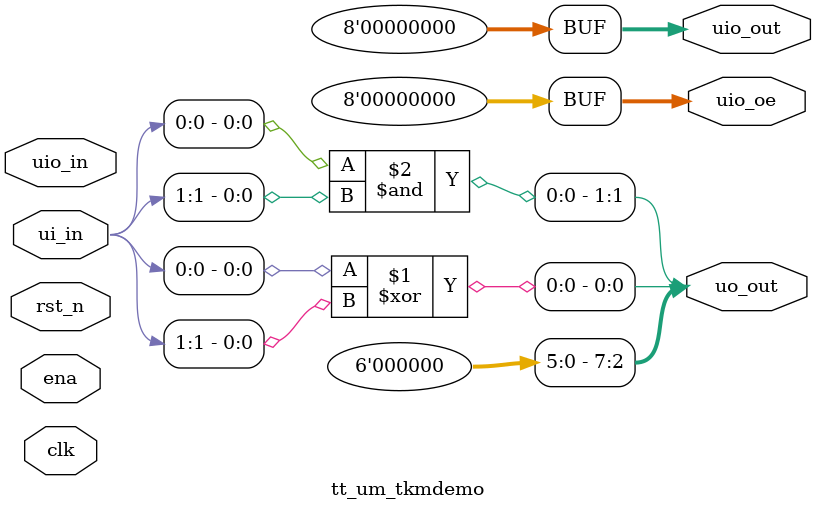
<source format=v>
/*
 * Copyright (c) 2024 Your Name
 * SPDX-License-Identifier: Apache-2.0
 */

`default_nettype none

module tt_um_tkmdemo (
    input  wire [7:0] ui_in,    // Dedicated inputs
    output wire [7:0] uo_out,   // Dedicated outputs
    input  wire [7:0] uio_in,   // IOs: Input path
    output wire [7:0] uio_out,  // IOs: Output path
    output wire [7:0] uio_oe,   // IOs: Enable path (active high: 0=input, 1=output)
    input  wire       ena,      // always 1 when the design is powered, so you can ignore it
    input  wire       clk,      // clock
    input  wire       rst_n     // reset_n - low to reset
);

  // All output pins must be assigned. If not used, assign to 0.
 // assign uo_out  = ui_in + uio_in;  // Example: ou_out is the sum of ui_in and uio_in
  assign uio_out = 0;
  assign uio_oe  = 0;
    assign  uo_out[0]=ui_in[0] ^ ui_in[1];
    assign uo_out[1]=ui_in[0] & ui_in[1];
    assign uo_out[7:2]=6'b0;
endmodule

</source>
